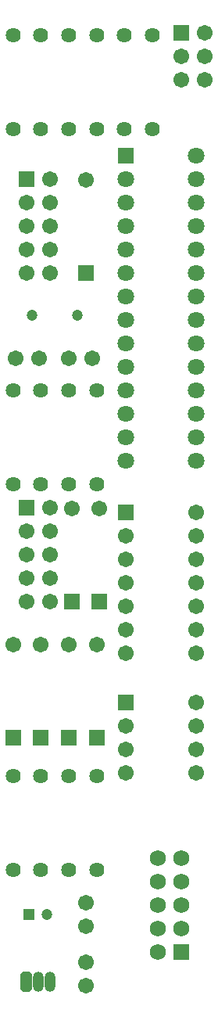
<source format=gbr>
G04 DipTrace 2.4.0.2*
%INBottomMask.gbr*%
%MOMM*%
%ADD40C,1.203*%
%ADD42O,1.203X2.203*%
%ADD44C,1.803*%
%ADD46R,1.803X1.803*%
%ADD48C,1.626*%
%ADD50R,1.727X1.727*%
%ADD52C,1.727*%
%ADD54R,1.703X1.703*%
%ADD56C,1.203*%
%ADD58R,1.203X1.203*%
%ADD60C,1.703*%
%FSLAX53Y53*%
G04*
G71*
G90*
G75*
G01*
%LNBotMask*%
%LPD*%
D60*
X5239Y72080D3*
X2699D3*
X8415D3*
X10955D3*
D58*
X4089Y11906D3*
D56*
X6071D3*
D60*
X10312Y10636D3*
Y13176D3*
Y4128D3*
Y6668D3*
D54*
Y81310D3*
D60*
Y91410D3*
D54*
X8732Y45725D3*
D60*
Y55825D3*
D54*
X11749Y45725D3*
D60*
Y55825D3*
D54*
X2388Y30960D3*
D60*
Y41059D3*
D54*
X5410Y30960D3*
D60*
Y41059D3*
D54*
X8407Y30960D3*
D60*
Y41059D3*
D54*
X11430Y30960D3*
D60*
Y41059D3*
X3810Y81280D3*
X6350D3*
X3810Y83820D3*
X6350D3*
X3810Y86360D3*
X6350D3*
X3810Y88900D3*
X6350D3*
Y91440D3*
D54*
X3810D3*
D60*
Y45720D3*
X6350D3*
X3810Y48260D3*
X6350D3*
X3810Y50800D3*
X6350D3*
X3810Y53340D3*
X6350D3*
Y55880D3*
D54*
X3810D3*
X20640Y107326D3*
D60*
X23180D3*
X20640Y104786D3*
X23180D3*
X20640Y102246D3*
X23180D3*
D52*
X18100Y17940D3*
X20640D3*
Y15400D3*
X18100D3*
X20640Y12860D3*
X18100D3*
X20640Y10320D3*
X18100D3*
Y7780D3*
D50*
X20640D3*
D48*
X2388Y107009D3*
Y96849D3*
X5398Y107009D3*
Y96849D3*
X8415Y107009D3*
Y96849D3*
X11431Y107009D3*
Y96849D3*
X14448Y107009D3*
Y96849D3*
X17464Y107009D3*
Y96849D3*
X2388Y58426D3*
Y68586D3*
X5410Y58426D3*
Y68586D3*
X8407Y58426D3*
Y68586D3*
X11430Y58426D3*
Y68586D3*
X2388Y26822D3*
Y16662D3*
X5398D3*
Y26822D3*
X8407D3*
Y16662D3*
X11431D3*
Y26822D3*
D46*
X14618Y93990D3*
D44*
Y91450D3*
Y88910D3*
Y86370D3*
Y83830D3*
Y81290D3*
Y78750D3*
Y76210D3*
Y73670D3*
Y71130D3*
Y68590D3*
Y66050D3*
Y63510D3*
Y60970D3*
X22238D3*
Y63510D3*
Y66050D3*
Y68590D3*
Y71130D3*
Y73670D3*
Y76210D3*
Y78750D3*
Y81290D3*
Y83830D3*
Y86370D3*
Y88910D3*
Y91450D3*
Y93990D3*
D54*
X14618Y55410D3*
D60*
Y52870D3*
Y50330D3*
Y47790D3*
Y45250D3*
Y42710D3*
Y40170D3*
X22238D3*
Y42710D3*
Y45250D3*
Y47790D3*
Y50330D3*
Y52870D3*
Y55410D3*
D54*
X14607Y34770D3*
D60*
Y32230D3*
Y29690D3*
Y27150D3*
X22227D3*
Y29690D3*
Y32230D3*
Y34770D3*
G36*
X3209Y3812D2*
X3518Y3503D1*
X4102D1*
X4412Y3812D1*
Y5396D1*
X4102Y5706D1*
X3518D1*
X3209Y5396D1*
Y3812D1*
G37*
D42*
X5080Y4604D3*
X6350D3*
D40*
X4445Y76684D3*
X9325D3*
M02*

</source>
